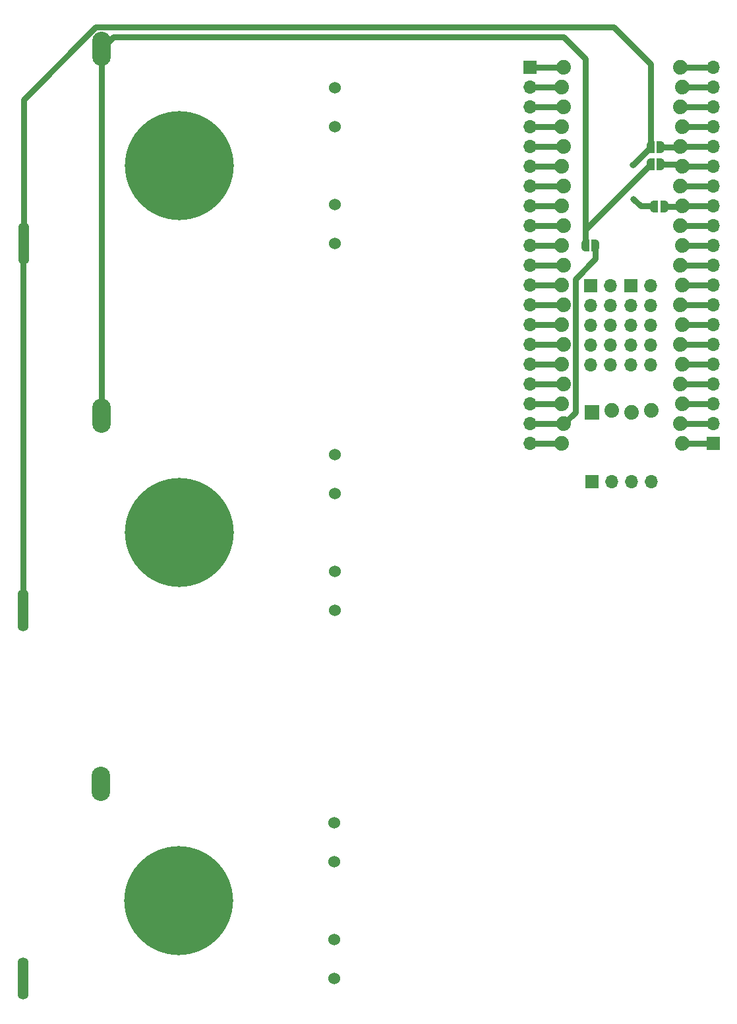
<source format=gbr>
%TF.GenerationSoftware,KiCad,Pcbnew,(6.0.4-0)*%
%TF.CreationDate,2022-06-27T16:54:40+01:00*%
%TF.ProjectId,isoBig,69736f42-6967-42e6-9b69-6361645f7063,rev?*%
%TF.SameCoordinates,Original*%
%TF.FileFunction,Copper,L1,Top*%
%TF.FilePolarity,Positive*%
%FSLAX46Y46*%
G04 Gerber Fmt 4.6, Leading zero omitted, Abs format (unit mm)*
G04 Created by KiCad (PCBNEW (6.0.4-0)) date 2022-06-27 16:54:40*
%MOMM*%
%LPD*%
G01*
G04 APERTURE LIST*
G04 Aperture macros list*
%AMFreePoly0*
4,1,22,0.500000,-0.750000,0.000000,-0.750000,0.000000,-0.745033,-0.079941,-0.743568,-0.215256,-0.701293,-0.333266,-0.622738,-0.424486,-0.514219,-0.481581,-0.384460,-0.499164,-0.250000,-0.500000,-0.250000,-0.500000,0.250000,-0.499164,0.250000,-0.499963,0.256109,-0.478152,0.396186,-0.417904,0.524511,-0.324060,0.630769,-0.204165,0.706417,-0.067858,0.745374,0.000000,0.744959,0.000000,0.750000,
0.500000,0.750000,0.500000,-0.750000,0.500000,-0.750000,$1*%
%AMFreePoly1*
4,1,20,0.000000,0.744959,0.073905,0.744508,0.209726,0.703889,0.328688,0.626782,0.421226,0.519385,0.479903,0.390333,0.500000,0.250000,0.500000,-0.250000,0.499851,-0.262216,0.476331,-0.402017,0.414519,-0.529596,0.319384,-0.634700,0.198574,-0.708877,0.061801,-0.746166,0.000000,-0.745033,0.000000,-0.750000,-0.500000,-0.750000,-0.500000,0.750000,0.000000,0.750000,0.000000,0.744959,
0.000000,0.744959,$1*%
G04 Aperture macros list end*
%TA.AperFunction,ComponentPad*%
%ADD10C,1.879600*%
%TD*%
%TA.AperFunction,ComponentPad*%
%ADD11R,1.879600X1.879600*%
%TD*%
%TA.AperFunction,SMDPad,CuDef*%
%ADD12FreePoly0,0.000000*%
%TD*%
%TA.AperFunction,SMDPad,CuDef*%
%ADD13FreePoly1,0.000000*%
%TD*%
%TA.AperFunction,ComponentPad*%
%ADD14R,1.700000X1.700000*%
%TD*%
%TA.AperFunction,ComponentPad*%
%ADD15O,1.700000X1.700000*%
%TD*%
%TA.AperFunction,SMDPad,CuDef*%
%ADD16FreePoly0,180.000000*%
%TD*%
%TA.AperFunction,SMDPad,CuDef*%
%ADD17FreePoly1,180.000000*%
%TD*%
%TA.AperFunction,ComponentPad*%
%ADD18C,14.000000*%
%TD*%
%TA.AperFunction,ComponentPad*%
%ADD19O,2.400000X4.400000*%
%TD*%
%TA.AperFunction,ComponentPad*%
%ADD20O,1.400000X5.400000*%
%TD*%
%TA.AperFunction,ComponentPad*%
%ADD21C,1.524000*%
%TD*%
%TA.AperFunction,ViaPad*%
%ADD22C,0.800000*%
%TD*%
%TA.AperFunction,Conductor*%
%ADD23C,0.750000*%
%TD*%
G04 APERTURE END LIST*
D10*
%TO.P, ,1,PB12*%
%TO.N,1*%
X128532000Y-44000000D03*
%TO.P, ,2,PB13*%
%TO.N,2*%
X128278000Y-46540000D03*
%TO.P, ,3,PB14*%
%TO.N,3*%
X128532000Y-49080000D03*
%TO.P, ,4,PB15*%
%TO.N,4*%
X128278000Y-51620000D03*
%TO.P, ,5,PA8*%
%TO.N,5*%
X128532000Y-54160000D03*
%TO.P, ,6,PA9*%
%TO.N,6*%
X128278000Y-56700000D03*
%TO.P, ,7,PA10*%
%TO.N,7*%
X128532000Y-59240000D03*
%TO.P, ,8,PA11*%
%TO.N,8*%
X128278000Y-61780000D03*
%TO.P, ,9,PA12*%
%TO.N,9*%
X128532000Y-64320000D03*
%TO.P, ,10,PA15*%
%TO.N,10*%
X128278000Y-66860000D03*
%TO.P, ,11,PB3*%
%TO.N,11*%
X128532000Y-69400000D03*
%TO.P, ,12,PB4*%
%TO.N,12*%
X128278000Y-71940000D03*
%TO.P, ,13,PB5*%
%TO.N,13*%
X128532000Y-74480000D03*
%TO.P, ,14,PB6*%
%TO.N,14*%
X128278000Y-77020000D03*
%TO.P, ,15,PB7*%
%TO.N,15*%
X128532000Y-79560000D03*
%TO.P, ,16,PB8*%
%TO.N,16*%
X128278000Y-82100000D03*
%TO.P, ,17,PB9*%
%TO.N,17*%
X128532000Y-84640000D03*
%TO.P, ,18,5V*%
%TO.N,18*%
X128278000Y-87180000D03*
%TO.P, ,19,GND*%
%TO.N,19*%
X128532000Y-89720000D03*
%TO.P, ,20,3V3*%
%TO.N,20*%
X128278000Y-92260000D03*
%TO.P, ,21,VBAT*%
%TO.N,21*%
X143772000Y-92260000D03*
%TO.P, ,22,PC13*%
%TO.N,22*%
X143518000Y-89720000D03*
%TO.P, ,23,PC14*%
%TO.N,23*%
X143772000Y-87180000D03*
%TO.P, ,24,PC15*%
%TO.N,24*%
X143518000Y-84640000D03*
%TO.P, ,25,~{RESET}*%
%TO.N,25*%
X143772000Y-82100000D03*
%TO.P, ,26,PA0*%
%TO.N,26*%
X143518000Y-79560000D03*
%TO.P, ,27,PA1*%
%TO.N,27*%
X143772000Y-77020000D03*
%TO.P, ,28,PA2*%
%TO.N,28*%
X143518000Y-74480000D03*
%TO.P, ,29,PA3*%
%TO.N,29*%
X143772000Y-71940000D03*
%TO.P, ,30,PA4*%
%TO.N,30*%
X143518000Y-69400000D03*
%TO.P, ,31,PA5*%
%TO.N,31*%
X143772000Y-66860000D03*
%TO.P, ,32,PA6*%
%TO.N,32*%
X143518000Y-64320000D03*
%TO.P, ,33,PA7*%
%TO.N,33*%
X143772000Y-61780000D03*
%TO.P, ,34,PB0*%
%TO.N,34*%
X143518000Y-59240000D03*
%TO.P, ,35,PB1*%
%TO.N,35*%
X143772000Y-56700000D03*
%TO.P, ,36,PB2*%
%TO.N,36*%
X143518000Y-54160000D03*
%TO.P, ,37,PB10*%
%TO.N,37*%
X143772000Y-51620000D03*
%TO.P, ,38,3V3*%
%TO.N,38*%
X143518000Y-49080000D03*
%TO.P, ,39,GND*%
%TO.N,39*%
X143772000Y-46540000D03*
%TO.P, ,40,5V*%
%TO.N,40*%
X143518000Y-44000000D03*
D11*
%TO.P, ,41,3.3V*%
%TO.N,41*%
X132215000Y-88277000D03*
D10*
%TO.P, ,42,SWDIO*%
%TO.N,42*%
X134755000Y-88023000D03*
%TO.P, ,43,SWSCK*%
%TO.N,43*%
X137295000Y-88277000D03*
%TO.P, ,44,GND*%
%TO.N,44*%
X139835000Y-88023000D03*
%TD*%
D12*
%TO.P, ,1,A*%
%TO.N,Net-(JP2-Pad1)*%
X139725000Y-56425000D03*
D13*
%TO.P, ,2,B*%
%TO.N,35*%
X141025000Y-56425000D03*
%TD*%
D14*
%TO.P,J1,1,Pin_1*%
%TO.N,21*%
X147775000Y-92250000D03*
D15*
%TO.P,J1,2,Pin_2*%
%TO.N,22*%
X147775000Y-89710000D03*
%TO.P,J1,3,Pin_3*%
%TO.N,23*%
X147775000Y-87170000D03*
%TO.P,J1,4,Pin_4*%
%TO.N,24*%
X147775000Y-84630000D03*
%TO.P,J1,5,Pin_5*%
%TO.N,25*%
X147775000Y-82090000D03*
%TO.P,J1,6,Pin_6*%
%TO.N,26*%
X147775000Y-79550000D03*
%TO.P,J1,7,Pin_7*%
%TO.N,27*%
X147775000Y-77010000D03*
%TO.P,J1,8,Pin_8*%
%TO.N,28*%
X147775000Y-74470000D03*
%TO.P,J1,9,Pin_9*%
%TO.N,29*%
X147775000Y-71930000D03*
%TO.P,J1,10,Pin_10*%
%TO.N,30*%
X147775000Y-69390000D03*
%TO.P,J1,11,Pin_11*%
%TO.N,31*%
X147775000Y-66850000D03*
%TO.P,J1,12,Pin_12*%
%TO.N,32*%
X147775000Y-64310000D03*
%TO.P,J1,13,Pin_13*%
%TO.N,33*%
X147775000Y-61770000D03*
%TO.P,J1,14,Pin_14*%
%TO.N,34*%
X147775000Y-59230000D03*
%TO.P,J1,15,Pin_15*%
%TO.N,35*%
X147775000Y-56690000D03*
%TO.P,J1,16,Pin_16*%
%TO.N,36*%
X147775000Y-54150000D03*
%TO.P,J1,17,Pin_17*%
%TO.N,37*%
X147775000Y-51610000D03*
%TO.P,J1,18,Pin_18*%
%TO.N,38*%
X147775000Y-49070000D03*
%TO.P,J1,19,Pin_19*%
%TO.N,39*%
X147775000Y-46530000D03*
%TO.P,J1,20,Pin_20*%
%TO.N,40*%
X147775000Y-43990000D03*
%TD*%
D16*
%TO.P, ,1,A*%
%TO.N,36*%
X141025000Y-54225000D03*
D17*
%TO.P, ,2,B*%
%TO.N,Net-(SW3-Pad2)*%
X139725000Y-54225000D03*
%TD*%
D12*
%TO.P, ,1,A*%
%TO.N,Net-(SW3-Pad2)*%
X140175000Y-61800000D03*
D13*
%TO.P, ,2,B*%
%TO.N,33*%
X141475000Y-61800000D03*
%TD*%
D14*
%TO.P,J3,1,Pin_1*%
%TO.N,1*%
X124225000Y-44000000D03*
D15*
%TO.P,J3,2,Pin_2*%
%TO.N,2*%
X124225000Y-46540000D03*
%TO.P,J3,3,Pin_3*%
%TO.N,3*%
X124225000Y-49080000D03*
%TO.P,J3,4,Pin_4*%
%TO.N,4*%
X124225000Y-51620000D03*
%TO.P,J3,5,Pin_5*%
%TO.N,5*%
X124225000Y-54160000D03*
%TO.P,J3,6,Pin_6*%
%TO.N,6*%
X124225000Y-56700000D03*
%TO.P,J3,7,Pin_7*%
%TO.N,7*%
X124225000Y-59240000D03*
%TO.P,J3,8,Pin_8*%
%TO.N,8*%
X124225000Y-61780000D03*
%TO.P,J3,9,Pin_9*%
%TO.N,9*%
X124225000Y-64320000D03*
%TO.P,J3,10,Pin_10*%
%TO.N,10*%
X124225000Y-66860000D03*
%TO.P,J3,11,Pin_11*%
%TO.N,11*%
X124225000Y-69400000D03*
%TO.P,J3,12,Pin_12*%
%TO.N,12*%
X124225000Y-71940000D03*
%TO.P,J3,13,Pin_13*%
%TO.N,13*%
X124225000Y-74480000D03*
%TO.P,J3,14,Pin_14*%
%TO.N,14*%
X124225000Y-77020000D03*
%TO.P,J3,15,Pin_15*%
%TO.N,15*%
X124225000Y-79560000D03*
%TO.P,J3,16,Pin_16*%
%TO.N,16*%
X124225000Y-82100000D03*
%TO.P,J3,17,Pin_17*%
%TO.N,17*%
X124225000Y-84640000D03*
%TO.P,J3,18,Pin_18*%
%TO.N,18*%
X124225000Y-87180000D03*
%TO.P,J3,19,Pin_19*%
%TO.N,19*%
X124225000Y-89720000D03*
%TO.P,J3,20,Pin_20*%
%TO.N,20*%
X124225000Y-92260000D03*
%TD*%
D14*
%TO.P,J2,1,Pin_1*%
%TO.N,41*%
X132210000Y-97100000D03*
D15*
%TO.P,J2,2,Pin_2*%
%TO.N,42*%
X134750000Y-97100000D03*
%TO.P,J2,3,Pin_3*%
%TO.N,43*%
X137290000Y-97100000D03*
%TO.P,J2,4,Pin_4*%
%TO.N,44*%
X139830000Y-97100000D03*
%TD*%
D12*
%TO.P, ,1,A*%
%TO.N,Net-(JP2-Pad1)*%
X131325000Y-66825000D03*
D13*
%TO.P, ,2,B*%
%TO.N,19*%
X132625000Y-66825000D03*
%TD*%
D14*
%TO.P,  ,1*%
%TO.N,N/C*%
X137200000Y-71950000D03*
D15*
%TO.P,  ,2*%
X139740000Y-71950000D03*
%TO.P,  ,3*%
X137200000Y-74490000D03*
%TO.P,  ,4*%
X139740000Y-74490000D03*
%TO.P,  ,5*%
X137200000Y-77030000D03*
%TO.P,  ,6*%
X139740000Y-77030000D03*
%TO.P,  ,7*%
X137200000Y-79570000D03*
%TO.P,  ,8*%
X139740000Y-79570000D03*
%TO.P,  ,9*%
X137200000Y-82110000D03*
%TO.P,  ,10*%
X139740000Y-82110000D03*
%TD*%
D14*
%TO.P, ,1*%
%TO.N,N/C*%
X132050000Y-71950000D03*
D15*
%TO.P, ,2*%
X134590000Y-71950000D03*
%TO.P, ,3*%
X132050000Y-74490000D03*
%TO.P, ,4*%
X134590000Y-74490000D03*
%TO.P, ,5*%
X132050000Y-77030000D03*
%TO.P, ,6*%
X134590000Y-77030000D03*
%TO.P, ,7*%
X132050000Y-79570000D03*
%TO.P, ,8*%
X134590000Y-79570000D03*
%TO.P, ,9*%
X132050000Y-82110000D03*
%TO.P, ,10*%
X134590000Y-82110000D03*
%TD*%
D18*
%TO.P, ,*%
%TO.N,*%
X79175000Y-103650000D03*
D19*
%TO.P, ,1,1*%
%TO.N,Net-(JP2-Pad1)*%
X69175000Y-88650000D03*
D20*
%TO.P, ,2,2*%
%TO.N,Net-(SW3-Pad2)*%
X59175000Y-113650000D03*
D21*
%TO.P, ,4*%
%TO.N,N/C*%
X99175000Y-113650000D03*
%TO.P, ,5*%
X99175000Y-108650000D03*
%TO.P, ,6*%
X99175000Y-98650000D03*
%TO.P, ,7*%
X99175000Y-93650000D03*
%TD*%
D18*
%TO.P, ,*%
%TO.N,*%
X79200000Y-56600000D03*
D19*
%TO.P, ,1,1*%
%TO.N,Net-(JP2-Pad1)*%
X69200000Y-41600000D03*
D20*
%TO.P, ,2,2*%
%TO.N,Net-(SW3-Pad2)*%
X59200000Y-66600000D03*
D21*
%TO.P, ,4*%
%TO.N,N/C*%
X99200000Y-66600000D03*
%TO.P, ,5*%
X99200000Y-61600000D03*
%TO.P, ,6*%
X99200000Y-51600000D03*
%TO.P, ,7*%
X99200000Y-46600000D03*
%TD*%
D18*
%TO.P, ,*%
%TO.N,*%
X79125000Y-150900000D03*
D19*
%TO.P, ,1,1*%
%TO.N,unconnected-(SW1-Pad1)*%
X69125000Y-135900000D03*
D20*
%TO.P, ,2,2*%
%TO.N,unconnected-(SW1-Pad2)*%
X59125000Y-160900000D03*
D21*
%TO.P, ,4*%
%TO.N,N/C*%
X99125000Y-160900000D03*
%TO.P, ,5*%
X99125000Y-155900000D03*
%TO.P, ,6*%
X99125000Y-145900000D03*
%TO.P, ,7*%
X99125000Y-140900000D03*
%TD*%
D22*
%TO.N,Net-(SW3-Pad2)*%
X137425000Y-56500000D03*
X137550000Y-60875000D03*
%TD*%
D23*
%TO.N,21*%
X147765000Y-92260000D02*
X147775000Y-92250000D01*
X143772000Y-92260000D02*
X147765000Y-92260000D01*
%TO.N,22*%
X147765000Y-89720000D02*
X147775000Y-89710000D01*
X143518000Y-89720000D02*
X147765000Y-89720000D01*
%TO.N,23*%
X147765000Y-87180000D02*
X147775000Y-87170000D01*
X143772000Y-87180000D02*
X147765000Y-87180000D01*
%TO.N,24*%
X143518000Y-84640000D02*
X147765000Y-84640000D01*
X147765000Y-84640000D02*
X147775000Y-84630000D01*
%TO.N,25*%
X147765000Y-82100000D02*
X147775000Y-82090000D01*
X143772000Y-82100000D02*
X147765000Y-82100000D01*
%TO.N,26*%
X147765000Y-79560000D02*
X147775000Y-79550000D01*
X143518000Y-79560000D02*
X147765000Y-79560000D01*
%TO.N,27*%
X147765000Y-77020000D02*
X147775000Y-77010000D01*
X143772000Y-77020000D02*
X147765000Y-77020000D01*
%TO.N,28*%
X143518000Y-74480000D02*
X147765000Y-74480000D01*
X147765000Y-74480000D02*
X147775000Y-74470000D01*
%TO.N,29*%
X147765000Y-71940000D02*
X147775000Y-71930000D01*
X143772000Y-71940000D02*
X147765000Y-71940000D01*
%TO.N,30*%
X147765000Y-69400000D02*
X147775000Y-69390000D01*
X143518000Y-69400000D02*
X147765000Y-69400000D01*
%TO.N,31*%
X143772000Y-66860000D02*
X147765000Y-66860000D01*
X147765000Y-66860000D02*
X147775000Y-66850000D01*
%TO.N,32*%
X147765000Y-64320000D02*
X147775000Y-64310000D01*
X143518000Y-64320000D02*
X147765000Y-64320000D01*
%TO.N,33*%
X141475000Y-61800000D02*
X143752000Y-61800000D01*
X147765000Y-61780000D02*
X147775000Y-61770000D01*
X143752000Y-61800000D02*
X143772000Y-61780000D01*
X143772000Y-61780000D02*
X147765000Y-61780000D01*
%TO.N,34*%
X143518000Y-59240000D02*
X147765000Y-59240000D01*
X147765000Y-59240000D02*
X147775000Y-59230000D01*
%TO.N,35*%
X143772000Y-56700000D02*
X147765000Y-56700000D01*
X143497000Y-56425000D02*
X143772000Y-56700000D01*
X141025000Y-56425000D02*
X143497000Y-56425000D01*
X147765000Y-56700000D02*
X147775000Y-56690000D01*
%TO.N,36*%
X147765000Y-54160000D02*
X147775000Y-54150000D01*
X141025000Y-54225000D02*
X143453000Y-54225000D01*
X143453000Y-54225000D02*
X143518000Y-54160000D01*
X143518000Y-54160000D02*
X147765000Y-54160000D01*
%TO.N,37*%
X143772000Y-51620000D02*
X147765000Y-51620000D01*
X147765000Y-51620000D02*
X147775000Y-51610000D01*
%TO.N,38*%
X147765000Y-49080000D02*
X147775000Y-49070000D01*
X143518000Y-49080000D02*
X147765000Y-49080000D01*
%TO.N,39*%
X147765000Y-46540000D02*
X147775000Y-46530000D01*
X143772000Y-46540000D02*
X147765000Y-46540000D01*
%TO.N,40*%
X143518000Y-44000000D02*
X147765000Y-44000000D01*
X147765000Y-44000000D02*
X147775000Y-43990000D01*
%TO.N,1*%
X128532000Y-44000000D02*
X124225000Y-44000000D01*
%TO.N,2*%
X128278000Y-46540000D02*
X124225000Y-46540000D01*
%TO.N,3*%
X128532000Y-49080000D02*
X124225000Y-49080000D01*
%TO.N,4*%
X128278000Y-51620000D02*
X124225000Y-51620000D01*
%TO.N,5*%
X128532000Y-54160000D02*
X124225000Y-54160000D01*
%TO.N,6*%
X128278000Y-56700000D02*
X124225000Y-56700000D01*
%TO.N,7*%
X128532000Y-59240000D02*
X124225000Y-59240000D01*
%TO.N,8*%
X128278000Y-61780000D02*
X124225000Y-61780000D01*
%TO.N,9*%
X128532000Y-64320000D02*
X124225000Y-64320000D01*
%TO.N,10*%
X128278000Y-66860000D02*
X124225000Y-66860000D01*
%TO.N,11*%
X128532000Y-69400000D02*
X124225000Y-69400000D01*
%TO.N,12*%
X128278000Y-71940000D02*
X124225000Y-71940000D01*
%TO.N,13*%
X128532000Y-74480000D02*
X124225000Y-74480000D01*
%TO.N,14*%
X128278000Y-77020000D02*
X124225000Y-77020000D01*
%TO.N,15*%
X128532000Y-79560000D02*
X124225000Y-79560000D01*
%TO.N,16*%
X128278000Y-82100000D02*
X124225000Y-82100000D01*
%TO.N,17*%
X128532000Y-84640000D02*
X124225000Y-84640000D01*
%TO.N,18*%
X128278000Y-87180000D02*
X124225000Y-87180000D01*
%TO.N,19*%
X128532000Y-89720000D02*
X124225000Y-89720000D01*
X132625000Y-66825000D02*
X132625000Y-68525978D01*
X130046311Y-71104667D02*
X130046311Y-88205689D01*
X130046311Y-88205689D02*
X128532000Y-89720000D01*
X132625000Y-68525978D02*
X130046311Y-71104667D01*
%TO.N,20*%
X128278000Y-92260000D02*
X124225000Y-92260000D01*
%TO.N,Net-(SW3-Pad2)*%
X139725000Y-43525000D02*
X139725000Y-54225000D01*
X140150000Y-61775000D02*
X140175000Y-61800000D01*
X138450000Y-61775000D02*
X140150000Y-61775000D01*
X59175000Y-66625000D02*
X59200000Y-66600000D01*
X59200000Y-48090450D02*
X68464970Y-38825480D01*
X139700000Y-54225000D02*
X137425000Y-56500000D01*
X59200000Y-66600000D02*
X59200000Y-48090450D01*
X137550000Y-60875000D02*
X138450000Y-61775000D01*
X68464970Y-38825480D02*
X135025480Y-38825480D01*
X59175000Y-113650000D02*
X59175000Y-66625000D01*
X139725000Y-54225000D02*
X139700000Y-54225000D01*
X135025480Y-38825480D02*
X139725000Y-43525000D01*
%TO.N,Net-(JP2-Pad1)*%
X69200000Y-41600000D02*
X69200000Y-88625000D01*
X131325000Y-42850000D02*
X128525000Y-40050000D01*
X69200000Y-88625000D02*
X69175000Y-88650000D01*
X128525000Y-40050000D02*
X70750000Y-40050000D01*
X131325000Y-64825000D02*
X139725000Y-56425000D01*
X131325000Y-66825000D02*
X131325000Y-64825000D01*
X131325000Y-64825000D02*
X131325000Y-42850000D01*
X70750000Y-40050000D02*
X69200000Y-41600000D01*
%TD*%
M02*

</source>
